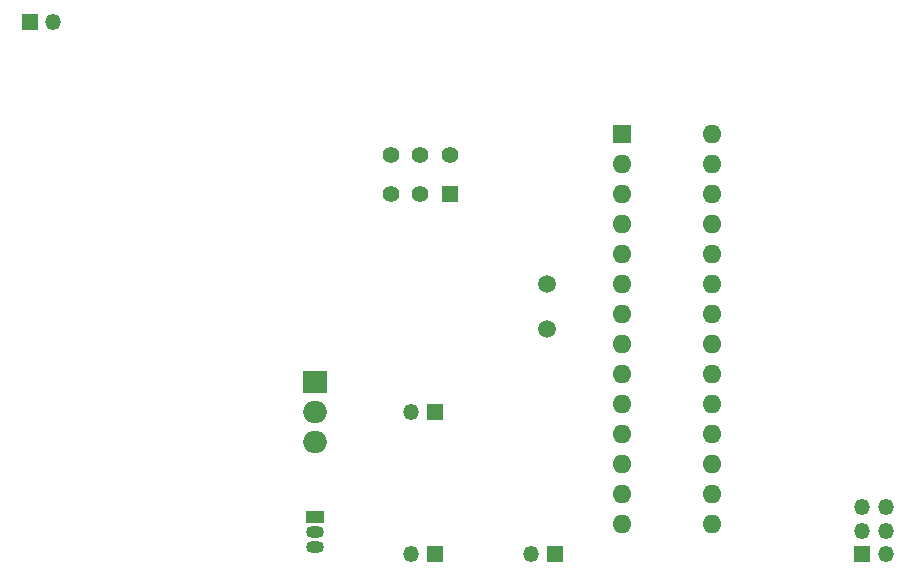
<source format=gbr>
%TF.GenerationSoftware,KiCad,Pcbnew,(5.1.6)-1*%
%TF.CreationDate,2020-08-22T17:33:05+07:00*%
%TF.ProjectId,PCB design,50434220-6465-4736-9967-6e2e6b696361,rev?*%
%TF.SameCoordinates,Original*%
%TF.FileFunction,Soldermask,Bot*%
%TF.FilePolarity,Negative*%
%FSLAX46Y46*%
G04 Gerber Fmt 4.6, Leading zero omitted, Abs format (unit mm)*
G04 Created by KiCad (PCBNEW (5.1.6)-1) date 2020-08-22 17:33:05*
%MOMM*%
%LPD*%
G01*
G04 APERTURE LIST*
%ADD10C,1.500000*%
%ADD11C,1.400000*%
%ADD12R,1.400000X1.400000*%
%ADD13O,1.350000X1.350000*%
%ADD14R,1.350000X1.350000*%
%ADD15O,2.000000X1.905000*%
%ADD16R,2.000000X1.905000*%
%ADD17R,1.500000X1.050000*%
%ADD18O,1.500000X1.050000*%
%ADD19O,1.600000X1.600000*%
%ADD20R,1.600000X1.600000*%
G04 APERTURE END LIST*
D10*
%TO.C,Y1*%
X103505000Y-139075000D03*
X103505000Y-142875000D03*
%TD*%
D11*
%TO.C,SW8*%
X90250000Y-128145000D03*
X92750000Y-128145000D03*
X95250000Y-128145000D03*
X90250000Y-131445000D03*
X92750000Y-131445000D03*
D12*
X95250000Y-131445000D03*
%TD*%
D13*
%TO.C,J6*%
X61690000Y-116840000D03*
D14*
X59690000Y-116840000D03*
%TD*%
D15*
%TO.C,Q3*%
X83820000Y-152400000D03*
X83820000Y-149860000D03*
D16*
X83820000Y-147320000D03*
%TD*%
D13*
%TO.C,J5*%
X91980000Y-149860000D03*
D14*
X93980000Y-149860000D03*
%TD*%
D13*
%TO.C,J3*%
X132175000Y-157925000D03*
X130175000Y-157925000D03*
X132175000Y-159925000D03*
X130175000Y-159925000D03*
X132175000Y-161925000D03*
D14*
X130175000Y-161925000D03*
%TD*%
D13*
%TO.C,J2*%
X102140000Y-161925000D03*
D14*
X104140000Y-161925000D03*
%TD*%
D13*
%TO.C,J1*%
X91980000Y-161925000D03*
D14*
X93980000Y-161925000D03*
%TD*%
D17*
%TO.C,U3*%
X83820000Y-158750000D03*
D18*
X83820000Y-161290000D03*
X83820000Y-160020000D03*
%TD*%
D19*
%TO.C,U4*%
X117475000Y-126365000D03*
X109855000Y-159385000D03*
X117475000Y-128905000D03*
X109855000Y-156845000D03*
X117475000Y-131445000D03*
X109855000Y-154305000D03*
X117475000Y-133985000D03*
X109855000Y-151765000D03*
X117475000Y-136525000D03*
X109855000Y-149225000D03*
X117475000Y-139065000D03*
X109855000Y-146685000D03*
X117475000Y-141605000D03*
X109855000Y-144145000D03*
X117475000Y-144145000D03*
X109855000Y-141605000D03*
X117475000Y-146685000D03*
X109855000Y-139065000D03*
X117475000Y-149225000D03*
X109855000Y-136525000D03*
X117475000Y-151765000D03*
X109855000Y-133985000D03*
X117475000Y-154305000D03*
X109855000Y-131445000D03*
X117475000Y-156845000D03*
X109855000Y-128905000D03*
X117475000Y-159385000D03*
D20*
X109855000Y-126365000D03*
%TD*%
M02*

</source>
